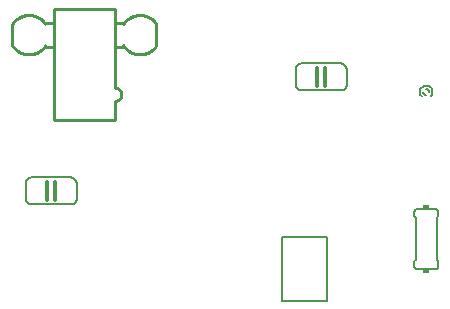
<source format=gto>
G75*
%MOIN*%
%OFA0B0*%
%FSLAX25Y25*%
%IPPOS*%
%LPD*%
%AMOC8*
5,1,8,0,0,1.08239X$1,22.5*
%
%ADD10C,0.00600*%
%ADD11C,0.01200*%
%ADD12R,0.02000X0.01500*%
%ADD13C,0.00500*%
%ADD14C,0.01000*%
D10*
X0018500Y0054500D02*
X0031500Y0054500D01*
X0031587Y0054502D01*
X0031674Y0054508D01*
X0031761Y0054517D01*
X0031847Y0054530D01*
X0031933Y0054547D01*
X0032018Y0054568D01*
X0032101Y0054593D01*
X0032184Y0054621D01*
X0032265Y0054652D01*
X0032345Y0054687D01*
X0032423Y0054726D01*
X0032500Y0054768D01*
X0032575Y0054813D01*
X0032647Y0054862D01*
X0032718Y0054913D01*
X0032786Y0054968D01*
X0032851Y0055025D01*
X0032914Y0055086D01*
X0032975Y0055149D01*
X0033032Y0055214D01*
X0033087Y0055282D01*
X0033138Y0055353D01*
X0033187Y0055425D01*
X0033232Y0055500D01*
X0033274Y0055577D01*
X0033313Y0055655D01*
X0033348Y0055735D01*
X0033379Y0055816D01*
X0033407Y0055899D01*
X0033432Y0055982D01*
X0033453Y0056067D01*
X0033470Y0056153D01*
X0033483Y0056239D01*
X0033492Y0056326D01*
X0033498Y0056413D01*
X0033500Y0056500D01*
X0033500Y0061500D01*
X0033498Y0061587D01*
X0033492Y0061674D01*
X0033483Y0061761D01*
X0033470Y0061847D01*
X0033453Y0061933D01*
X0033432Y0062018D01*
X0033407Y0062101D01*
X0033379Y0062184D01*
X0033348Y0062265D01*
X0033313Y0062345D01*
X0033274Y0062423D01*
X0033232Y0062500D01*
X0033187Y0062575D01*
X0033138Y0062647D01*
X0033087Y0062718D01*
X0033032Y0062786D01*
X0032975Y0062851D01*
X0032914Y0062914D01*
X0032851Y0062975D01*
X0032786Y0063032D01*
X0032718Y0063087D01*
X0032647Y0063138D01*
X0032575Y0063187D01*
X0032500Y0063232D01*
X0032423Y0063274D01*
X0032345Y0063313D01*
X0032265Y0063348D01*
X0032184Y0063379D01*
X0032101Y0063407D01*
X0032018Y0063432D01*
X0031933Y0063453D01*
X0031847Y0063470D01*
X0031761Y0063483D01*
X0031674Y0063492D01*
X0031587Y0063498D01*
X0031500Y0063500D01*
X0018500Y0063500D01*
X0018413Y0063498D01*
X0018326Y0063492D01*
X0018239Y0063483D01*
X0018153Y0063470D01*
X0018067Y0063453D01*
X0017982Y0063432D01*
X0017899Y0063407D01*
X0017816Y0063379D01*
X0017735Y0063348D01*
X0017655Y0063313D01*
X0017577Y0063274D01*
X0017500Y0063232D01*
X0017425Y0063187D01*
X0017353Y0063138D01*
X0017282Y0063087D01*
X0017214Y0063032D01*
X0017149Y0062975D01*
X0017086Y0062914D01*
X0017025Y0062851D01*
X0016968Y0062786D01*
X0016913Y0062718D01*
X0016862Y0062647D01*
X0016813Y0062575D01*
X0016768Y0062500D01*
X0016726Y0062423D01*
X0016687Y0062345D01*
X0016652Y0062265D01*
X0016621Y0062184D01*
X0016593Y0062101D01*
X0016568Y0062018D01*
X0016547Y0061933D01*
X0016530Y0061847D01*
X0016517Y0061761D01*
X0016508Y0061674D01*
X0016502Y0061587D01*
X0016500Y0061500D01*
X0016500Y0056500D01*
X0016502Y0056413D01*
X0016508Y0056326D01*
X0016517Y0056239D01*
X0016530Y0056153D01*
X0016547Y0056067D01*
X0016568Y0055982D01*
X0016593Y0055899D01*
X0016621Y0055816D01*
X0016652Y0055735D01*
X0016687Y0055655D01*
X0016726Y0055577D01*
X0016768Y0055500D01*
X0016813Y0055425D01*
X0016862Y0055353D01*
X0016913Y0055282D01*
X0016968Y0055214D01*
X0017025Y0055149D01*
X0017086Y0055086D01*
X0017149Y0055025D01*
X0017214Y0054968D01*
X0017282Y0054913D01*
X0017353Y0054862D01*
X0017425Y0054813D01*
X0017500Y0054768D01*
X0017577Y0054726D01*
X0017655Y0054687D01*
X0017735Y0054652D01*
X0017816Y0054621D01*
X0017899Y0054593D01*
X0017982Y0054568D01*
X0018067Y0054547D01*
X0018153Y0054530D01*
X0018239Y0054517D01*
X0018326Y0054508D01*
X0018413Y0054502D01*
X0018500Y0054500D01*
X0106500Y0094500D02*
X0106500Y0099500D01*
X0106502Y0099587D01*
X0106508Y0099674D01*
X0106517Y0099761D01*
X0106530Y0099847D01*
X0106547Y0099933D01*
X0106568Y0100018D01*
X0106593Y0100101D01*
X0106621Y0100184D01*
X0106652Y0100265D01*
X0106687Y0100345D01*
X0106726Y0100423D01*
X0106768Y0100500D01*
X0106813Y0100575D01*
X0106862Y0100647D01*
X0106913Y0100718D01*
X0106968Y0100786D01*
X0107025Y0100851D01*
X0107086Y0100914D01*
X0107149Y0100975D01*
X0107214Y0101032D01*
X0107282Y0101087D01*
X0107353Y0101138D01*
X0107425Y0101187D01*
X0107500Y0101232D01*
X0107577Y0101274D01*
X0107655Y0101313D01*
X0107735Y0101348D01*
X0107816Y0101379D01*
X0107899Y0101407D01*
X0107982Y0101432D01*
X0108067Y0101453D01*
X0108153Y0101470D01*
X0108239Y0101483D01*
X0108326Y0101492D01*
X0108413Y0101498D01*
X0108500Y0101500D01*
X0121500Y0101500D01*
X0121587Y0101498D01*
X0121674Y0101492D01*
X0121761Y0101483D01*
X0121847Y0101470D01*
X0121933Y0101453D01*
X0122018Y0101432D01*
X0122101Y0101407D01*
X0122184Y0101379D01*
X0122265Y0101348D01*
X0122345Y0101313D01*
X0122423Y0101274D01*
X0122500Y0101232D01*
X0122575Y0101187D01*
X0122647Y0101138D01*
X0122718Y0101087D01*
X0122786Y0101032D01*
X0122851Y0100975D01*
X0122914Y0100914D01*
X0122975Y0100851D01*
X0123032Y0100786D01*
X0123087Y0100718D01*
X0123138Y0100647D01*
X0123187Y0100575D01*
X0123232Y0100500D01*
X0123274Y0100423D01*
X0123313Y0100345D01*
X0123348Y0100265D01*
X0123379Y0100184D01*
X0123407Y0100101D01*
X0123432Y0100018D01*
X0123453Y0099933D01*
X0123470Y0099847D01*
X0123483Y0099761D01*
X0123492Y0099674D01*
X0123498Y0099587D01*
X0123500Y0099500D01*
X0123500Y0094500D01*
X0123498Y0094413D01*
X0123492Y0094326D01*
X0123483Y0094239D01*
X0123470Y0094153D01*
X0123453Y0094067D01*
X0123432Y0093982D01*
X0123407Y0093899D01*
X0123379Y0093816D01*
X0123348Y0093735D01*
X0123313Y0093655D01*
X0123274Y0093577D01*
X0123232Y0093500D01*
X0123187Y0093425D01*
X0123138Y0093353D01*
X0123087Y0093282D01*
X0123032Y0093214D01*
X0122975Y0093149D01*
X0122914Y0093086D01*
X0122851Y0093025D01*
X0122786Y0092968D01*
X0122718Y0092913D01*
X0122647Y0092862D01*
X0122575Y0092813D01*
X0122500Y0092768D01*
X0122423Y0092726D01*
X0122345Y0092687D01*
X0122265Y0092652D01*
X0122184Y0092621D01*
X0122101Y0092593D01*
X0122018Y0092568D01*
X0121933Y0092547D01*
X0121847Y0092530D01*
X0121761Y0092517D01*
X0121674Y0092508D01*
X0121587Y0092502D01*
X0121500Y0092500D01*
X0108500Y0092500D01*
X0108413Y0092502D01*
X0108326Y0092508D01*
X0108239Y0092517D01*
X0108153Y0092530D01*
X0108067Y0092547D01*
X0107982Y0092568D01*
X0107899Y0092593D01*
X0107816Y0092621D01*
X0107735Y0092652D01*
X0107655Y0092687D01*
X0107577Y0092726D01*
X0107500Y0092768D01*
X0107425Y0092813D01*
X0107353Y0092862D01*
X0107282Y0092913D01*
X0107214Y0092968D01*
X0107149Y0093025D01*
X0107086Y0093086D01*
X0107025Y0093149D01*
X0106968Y0093214D01*
X0106913Y0093282D01*
X0106862Y0093353D01*
X0106813Y0093425D01*
X0106768Y0093500D01*
X0106726Y0093577D01*
X0106687Y0093655D01*
X0106652Y0093735D01*
X0106621Y0093816D01*
X0106593Y0093899D01*
X0106568Y0093982D01*
X0106547Y0094067D01*
X0106530Y0094153D01*
X0106517Y0094239D01*
X0106508Y0094326D01*
X0106502Y0094413D01*
X0106500Y0094500D01*
X0148000Y0093000D02*
X0148000Y0091000D01*
X0148500Y0090500D01*
X0148500Y0093500D02*
X0148565Y0093562D01*
X0148633Y0093622D01*
X0148703Y0093678D01*
X0148775Y0093732D01*
X0148850Y0093782D01*
X0148927Y0093829D01*
X0149005Y0093873D01*
X0149086Y0093914D01*
X0149168Y0093951D01*
X0149251Y0093984D01*
X0149336Y0094014D01*
X0149422Y0094041D01*
X0149509Y0094063D01*
X0149597Y0094082D01*
X0149686Y0094098D01*
X0149775Y0094109D01*
X0149865Y0094117D01*
X0149955Y0094121D01*
X0150045Y0094121D01*
X0150135Y0094117D01*
X0150225Y0094109D01*
X0150314Y0094098D01*
X0150403Y0094082D01*
X0150491Y0094063D01*
X0150578Y0094041D01*
X0150664Y0094014D01*
X0150749Y0093984D01*
X0150832Y0093951D01*
X0150914Y0093914D01*
X0150995Y0093873D01*
X0151073Y0093829D01*
X0151150Y0093782D01*
X0151225Y0093732D01*
X0151297Y0093678D01*
X0151367Y0093622D01*
X0151435Y0093562D01*
X0151500Y0093500D01*
X0152000Y0093000D01*
X0152000Y0091000D01*
X0151500Y0090500D01*
X0150000Y0091000D02*
X0149940Y0091002D01*
X0149879Y0091007D01*
X0149820Y0091016D01*
X0149761Y0091029D01*
X0149702Y0091045D01*
X0149645Y0091065D01*
X0149590Y0091088D01*
X0149535Y0091115D01*
X0149483Y0091144D01*
X0149432Y0091177D01*
X0149383Y0091213D01*
X0149337Y0091251D01*
X0149293Y0091293D01*
X0149251Y0091337D01*
X0149213Y0091383D01*
X0149177Y0091432D01*
X0149144Y0091483D01*
X0149115Y0091535D01*
X0149088Y0091590D01*
X0149065Y0091645D01*
X0149045Y0091702D01*
X0149029Y0091761D01*
X0149016Y0091820D01*
X0149007Y0091879D01*
X0149002Y0091940D01*
X0149000Y0092000D01*
X0150000Y0093000D02*
X0150060Y0092998D01*
X0150121Y0092993D01*
X0150180Y0092984D01*
X0150239Y0092971D01*
X0150298Y0092955D01*
X0150355Y0092935D01*
X0150410Y0092912D01*
X0150465Y0092885D01*
X0150517Y0092856D01*
X0150568Y0092823D01*
X0150617Y0092787D01*
X0150663Y0092749D01*
X0150707Y0092707D01*
X0150749Y0092663D01*
X0150787Y0092617D01*
X0150823Y0092568D01*
X0150856Y0092517D01*
X0150885Y0092465D01*
X0150912Y0092410D01*
X0150935Y0092355D01*
X0150955Y0092298D01*
X0150971Y0092239D01*
X0150984Y0092180D01*
X0150993Y0092121D01*
X0150998Y0092060D01*
X0151000Y0092000D01*
X0148500Y0093500D02*
X0148000Y0093000D01*
X0147000Y0053000D02*
X0153000Y0053000D01*
X0153060Y0052998D01*
X0153121Y0052993D01*
X0153180Y0052984D01*
X0153239Y0052971D01*
X0153298Y0052955D01*
X0153355Y0052935D01*
X0153410Y0052912D01*
X0153465Y0052885D01*
X0153517Y0052856D01*
X0153568Y0052823D01*
X0153617Y0052787D01*
X0153663Y0052749D01*
X0153707Y0052707D01*
X0153749Y0052663D01*
X0153787Y0052617D01*
X0153823Y0052568D01*
X0153856Y0052517D01*
X0153885Y0052465D01*
X0153912Y0052410D01*
X0153935Y0052355D01*
X0153955Y0052298D01*
X0153971Y0052239D01*
X0153984Y0052180D01*
X0153993Y0052121D01*
X0153998Y0052060D01*
X0154000Y0052000D01*
X0154000Y0050500D01*
X0153500Y0050000D01*
X0153500Y0036000D01*
X0154000Y0035500D01*
X0154000Y0034000D01*
X0153998Y0033940D01*
X0153993Y0033879D01*
X0153984Y0033820D01*
X0153971Y0033761D01*
X0153955Y0033702D01*
X0153935Y0033645D01*
X0153912Y0033590D01*
X0153885Y0033535D01*
X0153856Y0033483D01*
X0153823Y0033432D01*
X0153787Y0033383D01*
X0153749Y0033337D01*
X0153707Y0033293D01*
X0153663Y0033251D01*
X0153617Y0033213D01*
X0153568Y0033177D01*
X0153517Y0033144D01*
X0153465Y0033115D01*
X0153410Y0033088D01*
X0153355Y0033065D01*
X0153298Y0033045D01*
X0153239Y0033029D01*
X0153180Y0033016D01*
X0153121Y0033007D01*
X0153060Y0033002D01*
X0153000Y0033000D01*
X0147000Y0033000D01*
X0146940Y0033002D01*
X0146879Y0033007D01*
X0146820Y0033016D01*
X0146761Y0033029D01*
X0146702Y0033045D01*
X0146645Y0033065D01*
X0146590Y0033088D01*
X0146535Y0033115D01*
X0146483Y0033144D01*
X0146432Y0033177D01*
X0146383Y0033213D01*
X0146337Y0033251D01*
X0146293Y0033293D01*
X0146251Y0033337D01*
X0146213Y0033383D01*
X0146177Y0033432D01*
X0146144Y0033483D01*
X0146115Y0033535D01*
X0146088Y0033590D01*
X0146065Y0033645D01*
X0146045Y0033702D01*
X0146029Y0033761D01*
X0146016Y0033820D01*
X0146007Y0033879D01*
X0146002Y0033940D01*
X0146000Y0034000D01*
X0146000Y0035500D01*
X0146500Y0036000D01*
X0146500Y0050000D01*
X0146000Y0050500D01*
X0146000Y0052000D01*
X0146002Y0052060D01*
X0146007Y0052121D01*
X0146016Y0052180D01*
X0146029Y0052239D01*
X0146045Y0052298D01*
X0146065Y0052355D01*
X0146088Y0052410D01*
X0146115Y0052465D01*
X0146144Y0052517D01*
X0146177Y0052568D01*
X0146213Y0052617D01*
X0146251Y0052663D01*
X0146293Y0052707D01*
X0146337Y0052749D01*
X0146383Y0052787D01*
X0146432Y0052823D01*
X0146483Y0052856D01*
X0146535Y0052885D01*
X0146590Y0052912D01*
X0146645Y0052935D01*
X0146702Y0052955D01*
X0146761Y0052971D01*
X0146820Y0052984D01*
X0146879Y0052993D01*
X0146940Y0052998D01*
X0147000Y0053000D01*
D11*
X0116200Y0094000D02*
X0116200Y0100000D01*
X0113700Y0100000D02*
X0113700Y0094000D01*
X0026200Y0062000D02*
X0026200Y0056000D01*
X0023700Y0056000D02*
X0023700Y0062000D01*
D12*
X0150000Y0053750D03*
X0150000Y0032250D03*
D13*
X0116984Y0022331D02*
X0101984Y0022331D01*
X0101984Y0043472D01*
X0116984Y0043472D01*
X0116984Y0022331D01*
D14*
X0046236Y0082709D02*
X0025764Y0082709D01*
X0025764Y0119717D01*
X0046236Y0119717D01*
X0046236Y0093339D01*
X0046236Y0093338D02*
X0046328Y0093336D01*
X0046420Y0093330D01*
X0046511Y0093320D01*
X0046602Y0093307D01*
X0046692Y0093289D01*
X0046782Y0093268D01*
X0046870Y0093243D01*
X0046957Y0093214D01*
X0047043Y0093182D01*
X0047128Y0093146D01*
X0047211Y0093106D01*
X0047292Y0093063D01*
X0047371Y0093017D01*
X0047448Y0092967D01*
X0047523Y0092914D01*
X0047596Y0092857D01*
X0047666Y0092798D01*
X0047734Y0092736D01*
X0047799Y0092671D01*
X0047861Y0092603D01*
X0047920Y0092533D01*
X0047977Y0092460D01*
X0048030Y0092385D01*
X0048080Y0092308D01*
X0048126Y0092229D01*
X0048169Y0092148D01*
X0048209Y0092065D01*
X0048245Y0091980D01*
X0048277Y0091894D01*
X0048306Y0091807D01*
X0048331Y0091719D01*
X0048352Y0091629D01*
X0048370Y0091539D01*
X0048383Y0091448D01*
X0048393Y0091357D01*
X0048399Y0091265D01*
X0048401Y0091173D01*
X0048399Y0091081D01*
X0048393Y0090989D01*
X0048383Y0090898D01*
X0048370Y0090807D01*
X0048352Y0090717D01*
X0048331Y0090627D01*
X0048306Y0090539D01*
X0048277Y0090452D01*
X0048245Y0090366D01*
X0048209Y0090281D01*
X0048169Y0090198D01*
X0048126Y0090117D01*
X0048080Y0090038D01*
X0048030Y0089961D01*
X0047977Y0089886D01*
X0047920Y0089813D01*
X0047861Y0089743D01*
X0047799Y0089675D01*
X0047734Y0089610D01*
X0047666Y0089548D01*
X0047596Y0089489D01*
X0047523Y0089432D01*
X0047448Y0089379D01*
X0047371Y0089329D01*
X0047292Y0089283D01*
X0047211Y0089240D01*
X0047128Y0089200D01*
X0047043Y0089164D01*
X0046957Y0089132D01*
X0046870Y0089103D01*
X0046782Y0089078D01*
X0046692Y0089057D01*
X0046602Y0089039D01*
X0046511Y0089026D01*
X0046420Y0089016D01*
X0046328Y0089010D01*
X0046236Y0089008D01*
X0046236Y0082709D01*
X0046630Y0107118D02*
X0049386Y0107118D01*
X0048993Y0114598D02*
X0049081Y0114731D01*
X0049172Y0114862D01*
X0049266Y0114991D01*
X0049364Y0115118D01*
X0049464Y0115242D01*
X0049568Y0115363D01*
X0049674Y0115482D01*
X0049784Y0115599D01*
X0049896Y0115713D01*
X0050011Y0115824D01*
X0050128Y0115932D01*
X0050248Y0116037D01*
X0050371Y0116139D01*
X0050496Y0116238D01*
X0050624Y0116334D01*
X0050754Y0116427D01*
X0050886Y0116517D01*
X0051020Y0116604D01*
X0051156Y0116687D01*
X0051295Y0116767D01*
X0051435Y0116844D01*
X0051577Y0116917D01*
X0051720Y0116986D01*
X0051866Y0117052D01*
X0052013Y0117115D01*
X0052161Y0117174D01*
X0052311Y0117229D01*
X0052462Y0117281D01*
X0052615Y0117329D01*
X0052768Y0117373D01*
X0052923Y0117413D01*
X0053078Y0117450D01*
X0053234Y0117483D01*
X0053391Y0117512D01*
X0053549Y0117537D01*
X0053707Y0117558D01*
X0053866Y0117576D01*
X0054025Y0117589D01*
X0054185Y0117599D01*
X0054344Y0117605D01*
X0054504Y0117607D01*
X0054664Y0117605D01*
X0054823Y0117599D01*
X0054983Y0117589D01*
X0055142Y0117576D01*
X0055301Y0117558D01*
X0055459Y0117537D01*
X0055617Y0117512D01*
X0055774Y0117483D01*
X0055930Y0117450D01*
X0056085Y0117413D01*
X0056240Y0117373D01*
X0056393Y0117329D01*
X0056546Y0117281D01*
X0056697Y0117229D01*
X0056847Y0117174D01*
X0056995Y0117115D01*
X0057142Y0117052D01*
X0057288Y0116986D01*
X0057431Y0116917D01*
X0057573Y0116844D01*
X0057713Y0116767D01*
X0057852Y0116687D01*
X0057988Y0116604D01*
X0058122Y0116517D01*
X0058254Y0116427D01*
X0058384Y0116334D01*
X0058512Y0116238D01*
X0058637Y0116139D01*
X0058760Y0116037D01*
X0058880Y0115932D01*
X0058997Y0115824D01*
X0059112Y0115713D01*
X0059224Y0115599D01*
X0059334Y0115482D01*
X0059440Y0115363D01*
X0059544Y0115242D01*
X0059644Y0115118D01*
X0059742Y0114991D01*
X0059836Y0114862D01*
X0059927Y0114731D01*
X0060015Y0114598D01*
X0060016Y0114598D02*
X0060016Y0107512D01*
X0060015Y0107512D02*
X0059927Y0107379D01*
X0059836Y0107248D01*
X0059742Y0107119D01*
X0059644Y0106992D01*
X0059544Y0106868D01*
X0059440Y0106747D01*
X0059334Y0106628D01*
X0059224Y0106511D01*
X0059112Y0106397D01*
X0058997Y0106286D01*
X0058880Y0106178D01*
X0058760Y0106073D01*
X0058637Y0105971D01*
X0058512Y0105872D01*
X0058384Y0105776D01*
X0058254Y0105683D01*
X0058122Y0105593D01*
X0057988Y0105506D01*
X0057852Y0105423D01*
X0057713Y0105343D01*
X0057573Y0105266D01*
X0057431Y0105193D01*
X0057288Y0105124D01*
X0057142Y0105058D01*
X0056995Y0104995D01*
X0056847Y0104936D01*
X0056697Y0104881D01*
X0056546Y0104829D01*
X0056393Y0104781D01*
X0056240Y0104737D01*
X0056085Y0104697D01*
X0055930Y0104660D01*
X0055774Y0104627D01*
X0055617Y0104598D01*
X0055459Y0104573D01*
X0055301Y0104552D01*
X0055142Y0104534D01*
X0054983Y0104521D01*
X0054823Y0104511D01*
X0054664Y0104505D01*
X0054504Y0104503D01*
X0054344Y0104505D01*
X0054185Y0104511D01*
X0054025Y0104521D01*
X0053866Y0104534D01*
X0053707Y0104552D01*
X0053549Y0104573D01*
X0053391Y0104598D01*
X0053234Y0104627D01*
X0053078Y0104660D01*
X0052923Y0104697D01*
X0052768Y0104737D01*
X0052615Y0104781D01*
X0052462Y0104829D01*
X0052311Y0104881D01*
X0052161Y0104936D01*
X0052013Y0104995D01*
X0051866Y0105058D01*
X0051720Y0105124D01*
X0051577Y0105193D01*
X0051435Y0105266D01*
X0051295Y0105343D01*
X0051156Y0105423D01*
X0051020Y0105506D01*
X0050886Y0105593D01*
X0050754Y0105683D01*
X0050624Y0105776D01*
X0050496Y0105872D01*
X0050371Y0105971D01*
X0050248Y0106073D01*
X0050128Y0106178D01*
X0050011Y0106286D01*
X0049896Y0106397D01*
X0049784Y0106511D01*
X0049674Y0106628D01*
X0049568Y0106747D01*
X0049464Y0106868D01*
X0049364Y0106992D01*
X0049266Y0107119D01*
X0049172Y0107248D01*
X0049081Y0107379D01*
X0048993Y0107512D01*
X0049386Y0114992D02*
X0046630Y0114992D01*
X0025370Y0114992D02*
X0022614Y0114992D01*
X0023007Y0107512D02*
X0022919Y0107379D01*
X0022828Y0107248D01*
X0022734Y0107119D01*
X0022636Y0106992D01*
X0022536Y0106868D01*
X0022432Y0106747D01*
X0022326Y0106628D01*
X0022216Y0106511D01*
X0022104Y0106397D01*
X0021989Y0106286D01*
X0021872Y0106178D01*
X0021752Y0106073D01*
X0021629Y0105971D01*
X0021504Y0105872D01*
X0021376Y0105776D01*
X0021246Y0105683D01*
X0021114Y0105593D01*
X0020980Y0105506D01*
X0020844Y0105423D01*
X0020705Y0105343D01*
X0020565Y0105266D01*
X0020423Y0105193D01*
X0020280Y0105124D01*
X0020134Y0105058D01*
X0019987Y0104995D01*
X0019839Y0104936D01*
X0019689Y0104881D01*
X0019538Y0104829D01*
X0019385Y0104781D01*
X0019232Y0104737D01*
X0019077Y0104697D01*
X0018922Y0104660D01*
X0018766Y0104627D01*
X0018609Y0104598D01*
X0018451Y0104573D01*
X0018293Y0104552D01*
X0018134Y0104534D01*
X0017975Y0104521D01*
X0017815Y0104511D01*
X0017656Y0104505D01*
X0017496Y0104503D01*
X0017336Y0104505D01*
X0017177Y0104511D01*
X0017017Y0104521D01*
X0016858Y0104534D01*
X0016699Y0104552D01*
X0016541Y0104573D01*
X0016383Y0104598D01*
X0016226Y0104627D01*
X0016070Y0104660D01*
X0015915Y0104697D01*
X0015760Y0104737D01*
X0015607Y0104781D01*
X0015454Y0104829D01*
X0015303Y0104881D01*
X0015153Y0104936D01*
X0015005Y0104995D01*
X0014858Y0105058D01*
X0014712Y0105124D01*
X0014569Y0105193D01*
X0014427Y0105266D01*
X0014287Y0105343D01*
X0014148Y0105423D01*
X0014012Y0105506D01*
X0013878Y0105593D01*
X0013746Y0105683D01*
X0013616Y0105776D01*
X0013488Y0105872D01*
X0013363Y0105971D01*
X0013240Y0106073D01*
X0013120Y0106178D01*
X0013003Y0106286D01*
X0012888Y0106397D01*
X0012776Y0106511D01*
X0012666Y0106628D01*
X0012560Y0106747D01*
X0012456Y0106868D01*
X0012356Y0106992D01*
X0012258Y0107119D01*
X0012164Y0107248D01*
X0012073Y0107379D01*
X0011985Y0107512D01*
X0011984Y0107512D02*
X0011984Y0114598D01*
X0011985Y0114598D02*
X0012073Y0114731D01*
X0012164Y0114862D01*
X0012258Y0114991D01*
X0012356Y0115118D01*
X0012456Y0115242D01*
X0012560Y0115363D01*
X0012666Y0115482D01*
X0012776Y0115599D01*
X0012888Y0115713D01*
X0013003Y0115824D01*
X0013120Y0115932D01*
X0013240Y0116037D01*
X0013363Y0116139D01*
X0013488Y0116238D01*
X0013616Y0116334D01*
X0013746Y0116427D01*
X0013878Y0116517D01*
X0014012Y0116604D01*
X0014148Y0116687D01*
X0014287Y0116767D01*
X0014427Y0116844D01*
X0014569Y0116917D01*
X0014712Y0116986D01*
X0014858Y0117052D01*
X0015005Y0117115D01*
X0015153Y0117174D01*
X0015303Y0117229D01*
X0015454Y0117281D01*
X0015607Y0117329D01*
X0015760Y0117373D01*
X0015915Y0117413D01*
X0016070Y0117450D01*
X0016226Y0117483D01*
X0016383Y0117512D01*
X0016541Y0117537D01*
X0016699Y0117558D01*
X0016858Y0117576D01*
X0017017Y0117589D01*
X0017177Y0117599D01*
X0017336Y0117605D01*
X0017496Y0117607D01*
X0017656Y0117605D01*
X0017815Y0117599D01*
X0017975Y0117589D01*
X0018134Y0117576D01*
X0018293Y0117558D01*
X0018451Y0117537D01*
X0018609Y0117512D01*
X0018766Y0117483D01*
X0018922Y0117450D01*
X0019077Y0117413D01*
X0019232Y0117373D01*
X0019385Y0117329D01*
X0019538Y0117281D01*
X0019689Y0117229D01*
X0019839Y0117174D01*
X0019987Y0117115D01*
X0020134Y0117052D01*
X0020280Y0116986D01*
X0020423Y0116917D01*
X0020565Y0116844D01*
X0020705Y0116767D01*
X0020844Y0116687D01*
X0020980Y0116604D01*
X0021114Y0116517D01*
X0021246Y0116427D01*
X0021376Y0116334D01*
X0021504Y0116238D01*
X0021629Y0116139D01*
X0021752Y0116037D01*
X0021872Y0115932D01*
X0021989Y0115824D01*
X0022104Y0115713D01*
X0022216Y0115599D01*
X0022326Y0115482D01*
X0022432Y0115363D01*
X0022536Y0115242D01*
X0022636Y0115118D01*
X0022734Y0114991D01*
X0022828Y0114862D01*
X0022919Y0114731D01*
X0023007Y0114598D01*
X0022614Y0107118D02*
X0025370Y0107118D01*
M02*

</source>
